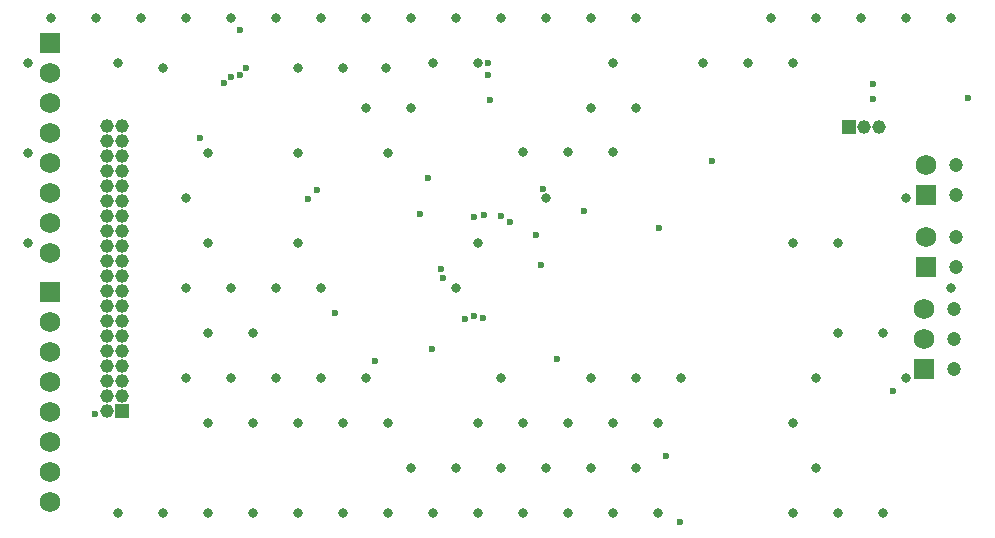
<source format=gbs>
G04*
G04 #@! TF.GenerationSoftware,Altium Limited,Altium Designer,23.3.1 (30)*
G04*
G04 Layer_Color=16711935*
%FSLAX24Y24*%
%MOIN*%
G70*
G04*
G04 #@! TF.SameCoordinates,D40D81B0-760B-49B0-83D9-93248203E87C*
G04*
G04*
G04 #@! TF.FilePolarity,Negative*
G04*
G01*
G75*
%ADD57R,0.0689X0.0689*%
%ADD58C,0.0689*%
%ADD59C,0.0472*%
%ADD60R,0.0453X0.0453*%
%ADD61C,0.0453*%
%ADD62R,0.0453X0.0453*%
%ADD72C,0.0236*%
%ADD73C,0.0316*%
D57*
X2250Y8950D02*
D03*
X31450Y12200D02*
D03*
X31400Y6400D02*
D03*
X2250Y17250D02*
D03*
X31450Y9800D02*
D03*
D58*
X2250Y7950D02*
D03*
Y6950D02*
D03*
Y5950D02*
D03*
Y4950D02*
D03*
Y3950D02*
D03*
Y2950D02*
D03*
Y1950D02*
D03*
X31450Y13200D02*
D03*
X31400Y8400D02*
D03*
Y7400D02*
D03*
X2250Y16250D02*
D03*
Y15250D02*
D03*
Y14250D02*
D03*
Y13250D02*
D03*
Y12250D02*
D03*
Y11250D02*
D03*
Y10250D02*
D03*
X31450Y10800D02*
D03*
D59*
X32450Y13200D02*
D03*
Y12200D02*
D03*
X32400Y8400D02*
D03*
Y7400D02*
D03*
Y6400D02*
D03*
X32450Y10800D02*
D03*
Y9800D02*
D03*
D60*
X28900Y14450D02*
D03*
D61*
X29400D02*
D03*
X29900D02*
D03*
X4150Y5000D02*
D03*
X4650Y5500D02*
D03*
X4150D02*
D03*
X4650Y6000D02*
D03*
X4150D02*
D03*
X4650Y6500D02*
D03*
X4150D02*
D03*
X4650Y7000D02*
D03*
X4150D02*
D03*
X4650Y7500D02*
D03*
X4150D02*
D03*
X4650Y8000D02*
D03*
X4150D02*
D03*
X4650Y8500D02*
D03*
X4150D02*
D03*
X4650Y9000D02*
D03*
X4150D02*
D03*
X4650Y9500D02*
D03*
X4150D02*
D03*
X4650Y10000D02*
D03*
X4150D02*
D03*
X4650Y10500D02*
D03*
X4150D02*
D03*
X4650Y11000D02*
D03*
X4150D02*
D03*
X4650Y11500D02*
D03*
X4150D02*
D03*
X4650Y12000D02*
D03*
X4150D02*
D03*
X4650Y12500D02*
D03*
X4150D02*
D03*
X4650Y13000D02*
D03*
X4150D02*
D03*
X4650Y13500D02*
D03*
X4150D02*
D03*
X4650Y14000D02*
D03*
X4150D02*
D03*
X4650Y14500D02*
D03*
X4150D02*
D03*
D62*
X4650Y5000D02*
D03*
D72*
X8600Y17700D02*
D03*
X16924Y15368D02*
D03*
X8800Y16408D02*
D03*
X8595Y16195D02*
D03*
X16850Y16200D02*
D03*
X14600Y11550D02*
D03*
X14850Y12750D02*
D03*
X22550Y11100D02*
D03*
X19143Y6711D02*
D03*
X14993Y7061D02*
D03*
X13093Y6661D02*
D03*
X11743Y8261D02*
D03*
X32843Y15411D02*
D03*
X30350Y5650D02*
D03*
X22800Y3500D02*
D03*
X23250Y1300D02*
D03*
X20043Y11661D02*
D03*
X16850Y16600D02*
D03*
X10850Y12050D02*
D03*
X11150Y12350D02*
D03*
X18450Y10850D02*
D03*
X18700Y12400D02*
D03*
X29700Y15900D02*
D03*
Y15400D02*
D03*
X24314Y13319D02*
D03*
X16738Y11505D02*
D03*
X17600Y11300D02*
D03*
X17307Y11499D02*
D03*
X16100Y8050D02*
D03*
X16400Y8150D02*
D03*
X8068Y15918D02*
D03*
X8277Y16129D02*
D03*
X15356Y9414D02*
D03*
X15304Y9705D02*
D03*
X16700Y8100D02*
D03*
X18641Y9850D02*
D03*
X16400Y11450D02*
D03*
X3757Y4900D02*
D03*
X7250Y14100D02*
D03*
D73*
X1539Y13599D02*
D03*
X3789Y18099D02*
D03*
X1539Y10599D02*
D03*
X12039Y16408D02*
D03*
X10539D02*
D03*
X6039D02*
D03*
X1539Y16599D02*
D03*
X13465Y16408D02*
D03*
X15039Y16599D02*
D03*
X18039Y13621D02*
D03*
X19539D02*
D03*
X21039D02*
D03*
X32289Y18099D02*
D03*
Y9099D02*
D03*
X30789Y18099D02*
D03*
Y12099D02*
D03*
X30039Y7599D02*
D03*
X30789Y6099D02*
D03*
X30039Y1599D02*
D03*
X29289Y18099D02*
D03*
X28539Y10599D02*
D03*
Y7599D02*
D03*
Y1599D02*
D03*
X27789Y18099D02*
D03*
X27039Y16599D02*
D03*
Y10599D02*
D03*
X27789Y6099D02*
D03*
X27039Y4599D02*
D03*
X27789Y3099D02*
D03*
X27039Y1599D02*
D03*
X26289Y18099D02*
D03*
X25539Y16599D02*
D03*
X24039D02*
D03*
X23289Y6099D02*
D03*
X22539Y4599D02*
D03*
Y1599D02*
D03*
X21789Y18099D02*
D03*
X21039Y16599D02*
D03*
X21789Y15099D02*
D03*
Y6099D02*
D03*
X21039Y4599D02*
D03*
X21789Y3099D02*
D03*
X21039Y1599D02*
D03*
X20289Y18099D02*
D03*
Y15099D02*
D03*
Y6099D02*
D03*
X19539Y4599D02*
D03*
X20289Y3099D02*
D03*
X19539Y1599D02*
D03*
X18789Y18099D02*
D03*
Y12099D02*
D03*
X18039Y4599D02*
D03*
X18789Y3099D02*
D03*
X18039Y1599D02*
D03*
X17289Y18099D02*
D03*
X16539Y16599D02*
D03*
Y10599D02*
D03*
X17289Y6099D02*
D03*
X16539Y4599D02*
D03*
X17289Y3099D02*
D03*
X16539Y1599D02*
D03*
X15789Y18099D02*
D03*
Y9099D02*
D03*
Y3099D02*
D03*
X15039Y1599D02*
D03*
X14289Y18099D02*
D03*
Y15099D02*
D03*
X13539Y13599D02*
D03*
Y4599D02*
D03*
X14289Y3099D02*
D03*
X13539Y1599D02*
D03*
X12789Y18099D02*
D03*
Y15099D02*
D03*
Y6099D02*
D03*
X12039Y4599D02*
D03*
Y1599D02*
D03*
X11289Y18099D02*
D03*
X10539Y13599D02*
D03*
Y10599D02*
D03*
X11289Y9099D02*
D03*
Y6099D02*
D03*
X10539Y4599D02*
D03*
Y1599D02*
D03*
X9789Y18099D02*
D03*
Y9099D02*
D03*
X9039Y7599D02*
D03*
X9789Y6099D02*
D03*
X9039Y4599D02*
D03*
Y1599D02*
D03*
X8289Y18099D02*
D03*
X7539Y13599D02*
D03*
Y10599D02*
D03*
X8289Y9099D02*
D03*
X7539Y7599D02*
D03*
X8289Y6099D02*
D03*
X7539Y4599D02*
D03*
Y1599D02*
D03*
X6789Y18099D02*
D03*
Y12099D02*
D03*
Y9099D02*
D03*
Y6099D02*
D03*
X6039Y1599D02*
D03*
X5289Y18099D02*
D03*
X4539Y16599D02*
D03*
Y1599D02*
D03*
X2289Y18099D02*
D03*
M02*

</source>
